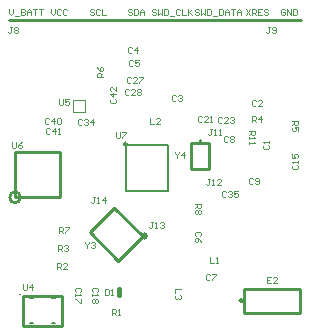
<source format=gto>
G04 Layer_Color=65535*
%FSLAX24Y24*%
%MOIN*%
G70*
G01*
G75*
%ADD12C,0.0100*%
%ADD40C,0.0039*%
%ADD41C,0.0020*%
%ADD42C,0.0079*%
%ADD43C,0.0157*%
%ADD44C,0.0008*%
%ADD45C,0.0030*%
D12*
X4089Y6463D02*
G03*
X4089Y6463I-50J0D01*
G01*
X530Y4690D02*
G03*
X530Y4690I-180J0D01*
G01*
X4730Y3406D02*
G03*
X4730Y3406I-71J0D01*
G01*
X7940Y1250D02*
G03*
X7940Y1250I-50J0D01*
G01*
X150Y10600D02*
X9870D01*
X1910Y420D02*
Y1420D01*
X610Y420D02*
X1910D01*
X610D02*
Y1420D01*
X1910D01*
X1850Y4690D02*
Y6190D01*
X350Y4690D02*
X1850D01*
X350D02*
Y6190D01*
X1850D01*
X2835Y3533D02*
X3790Y2578D01*
X2835Y3533D02*
X3648Y4346D01*
X4603Y3391D01*
X3790Y2578D02*
X4603Y3391D01*
X6199Y6493D02*
X6799D01*
X6199Y5643D02*
Y6493D01*
Y5643D02*
X6799D01*
Y6493D01*
X6499D02*
Y6593D01*
X7990Y850D02*
Y1650D01*
Y850D02*
X9840D01*
Y1650D01*
X7990D02*
X9840D01*
D40*
X530Y1470D02*
G03*
X530Y1470I-20J0D01*
G01*
D41*
X2716Y7937D02*
G03*
X2716Y7937I-20J0D01*
G01*
D42*
X4041Y4888D02*
Y6415D01*
Y4888D02*
X5437D01*
Y6437D01*
X4041D02*
X5437D01*
X4041Y6415D02*
X4089Y6463D01*
X847Y1333D02*
X945D01*
X1575D02*
X1673D01*
X847Y507D02*
X945D01*
X1575D02*
X1673D01*
D43*
X3809Y1442D02*
Y1638D01*
D44*
X2697Y7543D02*
X2697Y7937D01*
X2283Y7543D02*
X2697D01*
X2283D02*
Y7937D01*
X2697D01*
D45*
X3580Y770D02*
Y970D01*
X3680D01*
X3713Y937D01*
Y870D01*
X3680Y837D01*
X3580D01*
X3647D02*
X3713Y770D01*
X3780D02*
X3847D01*
X3813D01*
Y970D01*
X3780Y937D01*
X8660Y6423D02*
X8627Y6390D01*
Y6323D01*
X8660Y6290D01*
X8793D01*
X8826Y6323D01*
Y6390D01*
X8793Y6423D01*
X8826Y6490D02*
Y6557D01*
Y6523D01*
X8627D01*
X8660Y6490D01*
X8260Y7200D02*
Y7400D01*
X8360D01*
X8393Y7367D01*
Y7300D01*
X8360Y7267D01*
X8260D01*
X8327D02*
X8393Y7200D01*
X8560D02*
Y7400D01*
X8460Y7300D01*
X8593D01*
X9590Y7240D02*
X9790D01*
Y7140D01*
X9757Y7107D01*
X9690D01*
X9657Y7140D01*
Y7240D01*
Y7173D02*
X9590Y7107D01*
X9790Y6907D02*
Y7040D01*
X9690D01*
X9723Y6973D01*
Y6940D01*
X9690Y6907D01*
X9623D01*
X9590Y6940D01*
Y7007D01*
X9623Y7040D01*
X2517Y1547D02*
X2550Y1580D01*
Y1647D01*
X2517Y1680D01*
X2383D01*
X2350Y1647D01*
Y1580D01*
X2383Y1547D01*
X2350Y1480D02*
Y1413D01*
Y1447D01*
X2550D01*
X2517Y1480D01*
X2550Y1313D02*
Y1180D01*
X2517D01*
X2383Y1313D01*
X2350D01*
X3097Y1537D02*
X3130Y1570D01*
Y1637D01*
X3097Y1670D01*
X2963D01*
X2930Y1637D01*
Y1570D01*
X2963Y1537D01*
X2930Y1470D02*
Y1403D01*
Y1437D01*
X3130D01*
X3097Y1470D01*
Y1303D02*
X3130Y1270D01*
Y1203D01*
X3097Y1170D01*
X3063D01*
X3030Y1203D01*
X2997Y1170D01*
X2963D01*
X2930Y1203D01*
Y1270D01*
X2963Y1303D01*
X2997D01*
X3030Y1270D01*
X3063Y1303D01*
X3097D01*
X3030Y1270D02*
Y1203D01*
X9613Y5763D02*
X9580Y5730D01*
Y5663D01*
X9613Y5630D01*
X9747D01*
X9780Y5663D01*
Y5730D01*
X9747Y5763D01*
X9780Y5830D02*
Y5897D01*
Y5863D01*
X9580D01*
X9613Y5830D01*
X9580Y6130D02*
Y5997D01*
X9680D01*
X9647Y6063D01*
Y6097D01*
X9680Y6130D01*
X9747D01*
X9780Y6097D01*
Y6030D01*
X9747Y5997D01*
X6583Y7357D02*
X6550Y7390D01*
X6483D01*
X6450Y7357D01*
Y7223D01*
X6483Y7190D01*
X6550D01*
X6583Y7223D01*
X6783Y7190D02*
X6650D01*
X6783Y7323D01*
Y7357D01*
X6750Y7390D01*
X6683D01*
X6650Y7357D01*
X6850Y7190D02*
X6917D01*
X6883D01*
Y7390D01*
X6850Y7357D01*
X7263Y7337D02*
X7230Y7370D01*
X7163D01*
X7130Y7337D01*
Y7203D01*
X7163Y7170D01*
X7230D01*
X7263Y7203D01*
X7463Y7170D02*
X7330D01*
X7463Y7303D01*
Y7337D01*
X7430Y7370D01*
X7363D01*
X7330Y7337D01*
X7530D02*
X7563Y7370D01*
X7630D01*
X7663Y7337D01*
Y7303D01*
X7630Y7270D01*
X7597D01*
X7630D01*
X7663Y7237D01*
Y7203D01*
X7630Y7170D01*
X7563D01*
X7530Y7203D01*
X4203Y8677D02*
X4170Y8710D01*
X4103D01*
X4070Y8677D01*
Y8543D01*
X4103Y8510D01*
X4170D01*
X4203Y8543D01*
X4403Y8510D02*
X4270D01*
X4403Y8643D01*
Y8677D01*
X4370Y8710D01*
X4303D01*
X4270Y8677D01*
X4469Y8710D02*
X4603D01*
Y8677D01*
X4469Y8543D01*
Y8510D01*
X4143Y8267D02*
X4110Y8300D01*
X4043D01*
X4010Y8267D01*
Y8133D01*
X4043Y8100D01*
X4110D01*
X4143Y8133D01*
X4343Y8100D02*
X4210D01*
X4343Y8233D01*
Y8267D01*
X4310Y8300D01*
X4243D01*
X4210Y8267D01*
X4409D02*
X4443Y8300D01*
X4509D01*
X4543Y8267D01*
Y8233D01*
X4509Y8200D01*
X4543Y8167D01*
Y8133D01*
X4509Y8100D01*
X4443D01*
X4409Y8133D01*
Y8167D01*
X4443Y8200D01*
X4409Y8233D01*
Y8267D01*
X4443Y8200D02*
X4509D01*
X2573Y7267D02*
X2540Y7300D01*
X2473D01*
X2440Y7267D01*
Y7133D01*
X2473Y7100D01*
X2540D01*
X2573Y7133D01*
X2640Y7267D02*
X2673Y7300D01*
X2740D01*
X2773Y7267D01*
Y7233D01*
X2740Y7200D01*
X2707D01*
X2740D01*
X2773Y7167D01*
Y7133D01*
X2740Y7100D01*
X2673D01*
X2640Y7133D01*
X2940Y7100D02*
Y7300D01*
X2840Y7200D01*
X2973D01*
X7383Y4867D02*
X7350Y4900D01*
X7283D01*
X7250Y4867D01*
Y4733D01*
X7283Y4700D01*
X7350D01*
X7383Y4733D01*
X7450Y4867D02*
X7483Y4900D01*
X7550D01*
X7583Y4867D01*
Y4833D01*
X7550Y4800D01*
X7517D01*
X7550D01*
X7583Y4767D01*
Y4733D01*
X7550Y4700D01*
X7483D01*
X7450Y4733D01*
X7783Y4900D02*
X7650D01*
Y4800D01*
X7717Y4833D01*
X7750D01*
X7783Y4800D01*
Y4733D01*
X7750Y4700D01*
X7683D01*
X7650Y4733D01*
X1483Y7307D02*
X1450Y7340D01*
X1383D01*
X1350Y7307D01*
Y7173D01*
X1383Y7140D01*
X1450D01*
X1483Y7173D01*
X1650Y7140D02*
Y7340D01*
X1550Y7240D01*
X1683D01*
X1750Y7307D02*
X1783Y7340D01*
X1850D01*
X1883Y7307D01*
Y7173D01*
X1850Y7140D01*
X1783D01*
X1750Y7173D01*
Y7307D01*
X1523Y6957D02*
X1490Y6990D01*
X1423D01*
X1390Y6957D01*
Y6823D01*
X1423Y6790D01*
X1490D01*
X1523Y6823D01*
X1690Y6790D02*
Y6990D01*
X1590Y6890D01*
X1723D01*
X1790Y6790D02*
X1857D01*
X1823D01*
Y6990D01*
X1790Y6957D01*
X3553Y7973D02*
X3520Y7940D01*
Y7873D01*
X3553Y7840D01*
X3687D01*
X3720Y7873D01*
Y7940D01*
X3687Y7973D01*
X3720Y8140D02*
X3520D01*
X3620Y8040D01*
Y8173D01*
X3720Y8373D02*
Y8240D01*
X3587Y8373D01*
X3553D01*
X3520Y8340D01*
Y8273D01*
X3553Y8240D01*
X8873Y2030D02*
X8740D01*
Y1830D01*
X8873D01*
X8740Y1930D02*
X8807D01*
X9073Y1830D02*
X8940D01*
X9073Y1963D01*
Y1997D01*
X9040Y2030D01*
X8973D01*
X8940Y1997D01*
X4850Y7350D02*
Y7150D01*
X4983D01*
X5183D02*
X5050D01*
X5183Y7283D01*
Y7317D01*
X5150Y7350D01*
X5083D01*
X5050Y7317D01*
X1757Y2310D02*
Y2510D01*
X1857D01*
X1891Y2477D01*
Y2410D01*
X1857Y2377D01*
X1757D01*
X1824D02*
X1891Y2310D01*
X2091D02*
X1957D01*
X2091Y2443D01*
Y2477D01*
X2057Y2510D01*
X1991D01*
X1957Y2477D01*
X1767Y2910D02*
Y3110D01*
X1867D01*
X1901Y3077D01*
Y3010D01*
X1867Y2977D01*
X1767D01*
X1834D02*
X1901Y2910D01*
X1967Y3077D02*
X2001Y3110D01*
X2067D01*
X2101Y3077D01*
Y3043D01*
X2067Y3010D01*
X2034D01*
X2067D01*
X2101Y2977D01*
Y2943D01*
X2067Y2910D01*
X2001D01*
X1967Y2943D01*
X1800Y3490D02*
Y3690D01*
X1900D01*
X1933Y3657D01*
Y3590D01*
X1900Y3557D01*
X1800D01*
X1867D02*
X1933Y3490D01*
X2000Y3690D02*
X2133D01*
Y3657D01*
X2000Y3523D01*
Y3490D01*
X8160Y6910D02*
X8360D01*
Y6810D01*
X8327Y6777D01*
X8260D01*
X8227Y6810D01*
Y6910D01*
Y6843D02*
X8160Y6777D01*
Y6710D02*
Y6643D01*
Y6677D01*
X8360D01*
X8327Y6710D01*
X8160Y6543D02*
Y6477D01*
Y6510D01*
X8360D01*
X8327Y6543D01*
X610Y1810D02*
Y1643D01*
X643Y1610D01*
X710D01*
X743Y1643D01*
Y1810D01*
X910Y1610D02*
Y1810D01*
X810Y1710D01*
X943D01*
X250Y6530D02*
Y6363D01*
X283Y6330D01*
X350D01*
X383Y6363D01*
Y6530D01*
X583D02*
X517Y6497D01*
X450Y6430D01*
Y6363D01*
X483Y6330D01*
X550D01*
X583Y6363D01*
Y6397D01*
X550Y6430D01*
X450D01*
X2680Y3210D02*
Y3177D01*
X2747Y3110D01*
X2813Y3177D01*
Y3210D01*
X2747Y3110D02*
Y3010D01*
X2880Y3177D02*
X2913Y3210D01*
X2980D01*
X3013Y3177D01*
Y3143D01*
X2980Y3110D01*
X2947D01*
X2980D01*
X3013Y3077D01*
Y3043D01*
X2980Y3010D01*
X2913D01*
X2880Y3043D01*
X5690Y6212D02*
Y6179D01*
X5757Y6112D01*
X5823Y6179D01*
Y6212D01*
X5757Y6112D02*
Y6013D01*
X5990D02*
Y6212D01*
X5890Y6112D01*
X6023D01*
X8365Y7909D02*
X8332Y7942D01*
X8265D01*
X8232Y7909D01*
Y7775D01*
X8265Y7742D01*
X8332D01*
X8365Y7775D01*
X8565Y7742D02*
X8432D01*
X8565Y7875D01*
Y7909D01*
X8532Y7942D01*
X8465D01*
X8432Y7909D01*
X5703Y8077D02*
X5670Y8110D01*
X5603D01*
X5570Y8077D01*
Y7943D01*
X5603Y7910D01*
X5670D01*
X5703Y7943D01*
X5770Y8077D02*
X5803Y8110D01*
X5870D01*
X5903Y8077D01*
Y8043D01*
X5870Y8010D01*
X5837D01*
X5870D01*
X5903Y7977D01*
Y7943D01*
X5870Y7910D01*
X5803D01*
X5770Y7943D01*
X4263Y9687D02*
X4230Y9720D01*
X4163D01*
X4130Y9687D01*
Y9553D01*
X4163Y9520D01*
X4230D01*
X4263Y9553D01*
X4430Y9520D02*
Y9720D01*
X4330Y9620D01*
X4463D01*
X4293Y9237D02*
X4260Y9270D01*
X4193D01*
X4160Y9237D01*
Y9103D01*
X4193Y9070D01*
X4260D01*
X4293Y9103D01*
X4493Y9270D02*
X4360D01*
Y9170D01*
X4427Y9203D01*
X4460D01*
X4493Y9170D01*
Y9103D01*
X4460Y9070D01*
X4393D01*
X4360Y9103D01*
X3360Y1650D02*
Y1450D01*
X3460D01*
X3493Y1483D01*
Y1617D01*
X3460Y1650D01*
X3360D01*
X3560Y1450D02*
X3627D01*
X3593D01*
Y1650D01*
X3560Y1617D01*
X6840Y2710D02*
Y2510D01*
X6973D01*
X7040D02*
X7107D01*
X7073D01*
Y2710D01*
X7040Y2677D01*
X5866Y1621D02*
X5667D01*
Y1488D01*
X5833Y1421D02*
X5866Y1388D01*
Y1321D01*
X5833Y1288D01*
X5800D01*
X5766Y1321D01*
Y1354D01*
Y1321D01*
X5733Y1288D01*
X5700D01*
X5667Y1321D01*
Y1388D01*
X5700Y1421D01*
X2993Y10947D02*
X2960Y10980D01*
X2893D01*
X2860Y10947D01*
Y10913D01*
X2893Y10880D01*
X2960D01*
X2993Y10847D01*
Y10813D01*
X2960Y10780D01*
X2893D01*
X2860Y10813D01*
X3193Y10947D02*
X3160Y10980D01*
X3093D01*
X3060Y10947D01*
Y10813D01*
X3093Y10780D01*
X3160D01*
X3193Y10813D01*
X3260Y10980D02*
Y10780D01*
X3393D01*
X9363Y10947D02*
X9330Y10980D01*
X9263D01*
X9230Y10947D01*
Y10813D01*
X9263Y10780D01*
X9330D01*
X9363Y10813D01*
Y10880D01*
X9297D01*
X9430Y10780D02*
Y10980D01*
X9563Y10780D01*
Y10980D01*
X9630D02*
Y10780D01*
X9730D01*
X9763Y10813D01*
Y10947D01*
X9730Y10980D01*
X9630D01*
X140D02*
Y10847D01*
X207Y10780D01*
X273Y10847D01*
Y10980D01*
X340Y10747D02*
X473D01*
X540Y10980D02*
Y10780D01*
X640D01*
X673Y10813D01*
Y10847D01*
X640Y10880D01*
X540D01*
X640D01*
X673Y10913D01*
Y10947D01*
X640Y10980D01*
X540D01*
X740Y10780D02*
Y10913D01*
X806Y10980D01*
X873Y10913D01*
Y10780D01*
Y10880D01*
X740D01*
X940Y10980D02*
X1073D01*
X1006D01*
Y10780D01*
X1140Y10980D02*
X1273D01*
X1206D01*
Y10780D01*
X1550Y10980D02*
Y10847D01*
X1617Y10780D01*
X1683Y10847D01*
Y10980D01*
X1883Y10947D02*
X1850Y10980D01*
X1783D01*
X1750Y10947D01*
Y10813D01*
X1783Y10780D01*
X1850D01*
X1883Y10813D01*
X2083Y10947D02*
X2050Y10980D01*
X1983D01*
X1950Y10947D01*
Y10813D01*
X1983Y10780D01*
X2050D01*
X2083Y10813D01*
X5033Y10947D02*
X5000Y10980D01*
X4933D01*
X4900Y10947D01*
Y10913D01*
X4933Y10880D01*
X5000D01*
X5033Y10847D01*
Y10813D01*
X5000Y10780D01*
X4933D01*
X4900Y10813D01*
X5100Y10980D02*
Y10780D01*
X5167Y10847D01*
X5233Y10780D01*
Y10980D01*
X5300D02*
Y10780D01*
X5400D01*
X5433Y10813D01*
Y10947D01*
X5400Y10980D01*
X5300D01*
X5500Y10747D02*
X5633D01*
X5833Y10947D02*
X5800Y10980D01*
X5733D01*
X5700Y10947D01*
Y10813D01*
X5733Y10780D01*
X5800D01*
X5833Y10813D01*
X5900Y10980D02*
Y10780D01*
X6033D01*
X6100Y10980D02*
Y10780D01*
Y10847D01*
X6233Y10980D01*
X6133Y10880D01*
X6233Y10780D01*
X6473Y10947D02*
X6440Y10980D01*
X6373D01*
X6340Y10947D01*
Y10913D01*
X6373Y10880D01*
X6440D01*
X6473Y10847D01*
Y10813D01*
X6440Y10780D01*
X6373D01*
X6340Y10813D01*
X6540Y10980D02*
Y10780D01*
X6607Y10847D01*
X6673Y10780D01*
Y10980D01*
X6740D02*
Y10780D01*
X6840D01*
X6873Y10813D01*
Y10947D01*
X6840Y10980D01*
X6740D01*
X6940Y10747D02*
X7073D01*
X7140Y10980D02*
Y10780D01*
X7240D01*
X7273Y10813D01*
Y10947D01*
X7240Y10980D01*
X7140D01*
X7340Y10780D02*
Y10913D01*
X7406Y10980D01*
X7473Y10913D01*
Y10780D01*
Y10880D01*
X7340D01*
X7540Y10980D02*
X7673D01*
X7606D01*
Y10780D01*
X7740D02*
Y10913D01*
X7806Y10980D01*
X7873Y10913D01*
Y10780D01*
Y10880D01*
X7740D01*
X4233Y10947D02*
X4200Y10980D01*
X4133D01*
X4100Y10947D01*
Y10913D01*
X4133Y10880D01*
X4200D01*
X4233Y10847D01*
Y10813D01*
X4200Y10780D01*
X4133D01*
X4100Y10813D01*
X4300Y10980D02*
Y10780D01*
X4400D01*
X4433Y10813D01*
Y10947D01*
X4400Y10980D01*
X4300D01*
X4500Y10780D02*
Y10913D01*
X4567Y10980D01*
X4633Y10913D01*
Y10780D01*
Y10880D01*
X4500D01*
X8050Y10980D02*
X8183Y10780D01*
Y10980D02*
X8050Y10780D01*
X8250D02*
Y10980D01*
X8350D01*
X8383Y10947D01*
Y10880D01*
X8350Y10847D01*
X8250D01*
X8317D02*
X8383Y10780D01*
X8583Y10980D02*
X8450D01*
Y10780D01*
X8583D01*
X8450Y10880D02*
X8517D01*
X8783Y10947D02*
X8750Y10980D01*
X8683D01*
X8650Y10947D01*
Y10913D01*
X8683Y10880D01*
X8750D01*
X8783Y10847D01*
Y10813D01*
X8750Y10780D01*
X8683D01*
X8650Y10813D01*
X1830Y7980D02*
Y7813D01*
X1863Y7780D01*
X1930D01*
X1963Y7813D01*
Y7980D01*
X2163D02*
X2030D01*
Y7880D01*
X2097Y7913D01*
X2130D01*
X2163Y7880D01*
Y7813D01*
X2130Y7780D01*
X2063D01*
X2030Y7813D01*
X8842Y10368D02*
X8775D01*
X8808D01*
Y10202D01*
X8775Y10169D01*
X8742D01*
X8708Y10202D01*
X8908D02*
X8942Y10169D01*
X9008D01*
X9042Y10202D01*
Y10335D01*
X9008Y10368D01*
X8942D01*
X8908Y10335D01*
Y10302D01*
X8942Y10268D01*
X9042D01*
X242Y10358D02*
X175D01*
X208D01*
Y10192D01*
X175Y10159D01*
X142D01*
X108Y10192D01*
X308Y10325D02*
X342Y10358D01*
X408D01*
X442Y10325D01*
Y10292D01*
X408Y10258D01*
X442Y10225D01*
Y10192D01*
X408Y10159D01*
X342D01*
X308Y10192D01*
Y10225D01*
X342Y10258D01*
X308Y10292D01*
Y10325D01*
X342Y10258D02*
X408D01*
X6913Y6980D02*
X6847D01*
X6880D01*
Y6813D01*
X6847Y6780D01*
X6813D01*
X6780Y6813D01*
X6980Y6780D02*
X7047D01*
X7013D01*
Y6980D01*
X6980Y6947D01*
X7147Y6780D02*
X7213D01*
X7180D01*
Y6980D01*
X7147Y6947D01*
X6843Y5320D02*
X6777D01*
X6810D01*
Y5153D01*
X6777Y5120D01*
X6743D01*
X6710Y5153D01*
X6910Y5120D02*
X6977D01*
X6943D01*
Y5320D01*
X6910Y5287D01*
X7210Y5120D02*
X7077D01*
X7210Y5253D01*
Y5287D01*
X7177Y5320D01*
X7110D01*
X7077Y5287D01*
X4943Y3860D02*
X4877D01*
X4910D01*
Y3693D01*
X4877Y3660D01*
X4843D01*
X4810Y3693D01*
X5010Y3660D02*
X5077D01*
X5043D01*
Y3860D01*
X5010Y3827D01*
X5177D02*
X5210Y3860D01*
X5277D01*
X5310Y3827D01*
Y3793D01*
X5277Y3760D01*
X5243D01*
X5277D01*
X5310Y3727D01*
Y3693D01*
X5277Y3660D01*
X5210D01*
X5177Y3693D01*
X3023Y4690D02*
X2957D01*
X2990D01*
Y4523D01*
X2957Y4490D01*
X2923D01*
X2890Y4523D01*
X3090Y4490D02*
X3157D01*
X3123D01*
Y4690D01*
X3090Y4657D01*
X3357Y4490D02*
Y4690D01*
X3257Y4590D01*
X3390D01*
X3710Y6860D02*
Y6693D01*
X3743Y6660D01*
X3810D01*
X3843Y6693D01*
Y6860D01*
X3910D02*
X4043D01*
Y6827D01*
X3910Y6693D01*
Y6660D01*
X6513Y3398D02*
X6546Y3431D01*
Y3498D01*
X6513Y3531D01*
X6380D01*
X6347Y3498D01*
Y3431D01*
X6380Y3398D01*
X6546Y3198D02*
X6513Y3264D01*
X6446Y3331D01*
X6380D01*
X6347Y3298D01*
Y3231D01*
X6380Y3198D01*
X6413D01*
X6446Y3231D01*
Y3331D01*
X6862Y2118D02*
X6829Y2151D01*
X6762D01*
X6729Y2118D01*
Y1985D01*
X6762Y1951D01*
X6829D01*
X6862Y1985D01*
X6929Y2151D02*
X7062D01*
Y2118D01*
X6929Y1985D01*
Y1951D01*
X3270Y8710D02*
X3070D01*
Y8810D01*
X3103Y8843D01*
X3170D01*
X3203Y8810D01*
Y8710D01*
Y8777D02*
X3270Y8843D01*
X3070Y9043D02*
X3103Y8977D01*
X3170Y8910D01*
X3237D01*
X3270Y8943D01*
Y9010D01*
X3237Y9043D01*
X3203D01*
X3170Y9010D01*
Y8910D01*
X6350Y4470D02*
X6550D01*
Y4370D01*
X6517Y4337D01*
X6450D01*
X6417Y4370D01*
Y4470D01*
Y4403D02*
X6350Y4337D01*
X6517Y4270D02*
X6550Y4237D01*
Y4170D01*
X6517Y4137D01*
X6483D01*
X6450Y4170D01*
X6417Y4137D01*
X6383D01*
X6350Y4170D01*
Y4237D01*
X6383Y4270D01*
X6417D01*
X6450Y4237D01*
X6483Y4270D01*
X6517D01*
X6450Y4237D02*
Y4170D01*
X7443Y6717D02*
X7410Y6750D01*
X7343D01*
X7310Y6717D01*
Y6583D01*
X7343Y6550D01*
X7410D01*
X7443Y6583D01*
X7510Y6717D02*
X7543Y6750D01*
X7610D01*
X7643Y6717D01*
Y6683D01*
X7610Y6650D01*
X7643Y6617D01*
Y6583D01*
X7610Y6550D01*
X7543D01*
X7510Y6583D01*
Y6617D01*
X7543Y6650D01*
X7510Y6683D01*
Y6717D01*
X7543Y6650D02*
X7610D01*
X8273Y5317D02*
X8240Y5350D01*
X8173D01*
X8140Y5317D01*
Y5183D01*
X8173Y5150D01*
X8240D01*
X8273Y5183D01*
X8340D02*
X8373Y5150D01*
X8440D01*
X8473Y5183D01*
Y5317D01*
X8440Y5350D01*
X8373D01*
X8340Y5317D01*
Y5283D01*
X8373Y5250D01*
X8473D01*
M02*

</source>
